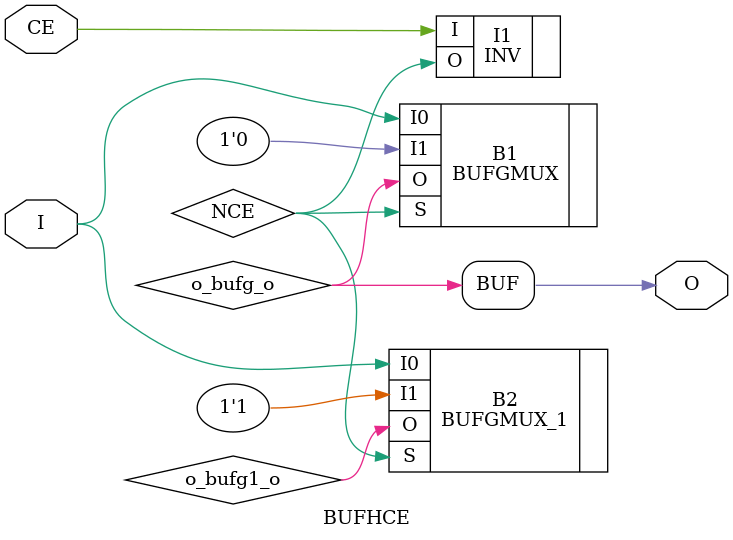
<source format=v>

`timescale  1 ps / 1 ps

module BUFHCE (O, CE, I);

    parameter CE_TYPE = "SYNC";
    parameter integer INIT_OUT = 0;

    output O;

    input  CE;
    input  I;

    wire   NCE, o_bufg_o, o_bufg1_o;
                                                                                  
    BUFGMUX #(.CLK_SEL_TYPE(CE_TYPE)) 
      B1 (.I0(I),
        .I1(1'b0),
        .O(o_bufg_o),
        .S(NCE));
                                                                                  
    INV I1 (.I(CE),
        .O(NCE));

    BUFGMUX_1 #(.CLK_SEL_TYPE(CE_TYPE)) 
     B2 (.I0(I),
        .I1(1'b1),
        .O(o_bufg1_o),
        .S(NCE));

    assign O = (INIT_OUT == 1) ? o_bufg1_o : o_bufg_o;

endmodule


</source>
